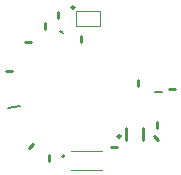
<source format=gto>
G04*
G04 #@! TF.GenerationSoftware,Altium Limited,Altium Designer,20.0.13 (296)*
G04*
G04 Layer_Color=65535*
%FSLAX25Y25*%
%MOIN*%
G70*
G01*
G75*
%ADD10C,0.00984*%
%ADD11C,0.00787*%
%ADD12C,0.00394*%
%ADD13C,0.01000*%
D10*
X40748Y14638D02*
G03*
X40748Y14638I-492J0D01*
G01*
X25374Y57642D02*
G03*
X25374Y57642I-492J0D01*
G01*
D11*
X21610Y7681D02*
G03*
X21610Y8468I0J394D01*
G01*
D02*
G03*
X21610Y7681I0J-394D01*
G01*
X3119Y24141D02*
X7190Y24859D01*
X52319Y29500D02*
X54681D01*
X20582Y49918D02*
X21418Y49082D01*
D12*
X24366Y9650D02*
X34602D01*
X24268Y3350D02*
X34701D01*
X26000Y51500D02*
Y56421D01*
Y51500D02*
X33874D01*
X26000Y56500D02*
X33874D01*
X34000Y51579D02*
Y56500D01*
D13*
X42447Y13431D02*
Y17368D01*
X48353Y13431D02*
Y17368D01*
X52999Y17500D02*
Y19500D01*
X16999Y6500D02*
Y8500D01*
X9000Y46001D02*
X11000D01*
X46499Y31500D02*
Y33500D01*
X37500Y11001D02*
X39500D01*
X27499Y46000D02*
Y48000D01*
X10293Y10792D02*
X11708Y12207D01*
X51792Y14707D02*
X53207Y13292D01*
X57000Y30501D02*
X59000D01*
X2500Y36499D02*
X4500D01*
X15501Y50500D02*
Y52500D01*
X19999Y54000D02*
Y56000D01*
M02*

</source>
